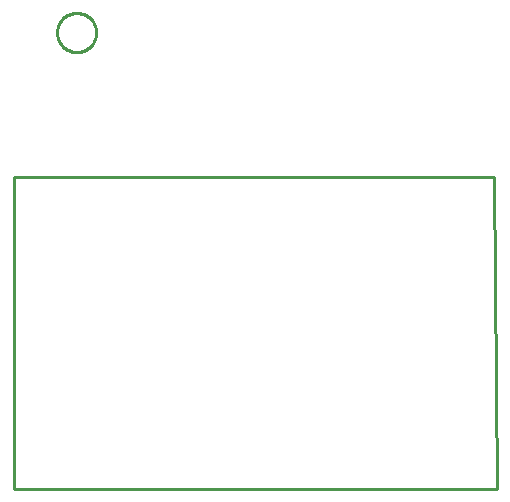
<source format=gbr>
G04 EAGLE Gerber RS-274X export*
G75*
%MOMM*%
%FSLAX34Y34*%
%LPD*%
%IN*%
%IPPOS*%
%AMOC8*
5,1,8,0,0,1.08239X$1,22.5*%
G01*
%ADD10C,0.254000*%


D10*
X45720Y335280D02*
X454660Y335280D01*
X452120Y599440D01*
X45720Y599440D01*
X45720Y335280D01*
X115570Y720820D02*
X115499Y719741D01*
X115358Y718669D01*
X115147Y717609D01*
X114868Y716565D01*
X114520Y715541D01*
X114106Y714543D01*
X113628Y713573D01*
X113088Y712637D01*
X112487Y711738D01*
X111829Y710881D01*
X111117Y710068D01*
X110352Y709304D01*
X109539Y708591D01*
X108682Y707933D01*
X107783Y707332D01*
X106847Y706792D01*
X105877Y706314D01*
X104879Y705900D01*
X103855Y705552D01*
X102811Y705273D01*
X101751Y705062D01*
X100679Y704921D01*
X99600Y704850D01*
X98520Y704850D01*
X97441Y704921D01*
X96369Y705062D01*
X95309Y705273D01*
X94265Y705552D01*
X93241Y705900D01*
X92243Y706314D01*
X91273Y706792D01*
X90337Y707332D01*
X89438Y707933D01*
X88581Y708591D01*
X87768Y709304D01*
X87004Y710068D01*
X86291Y710881D01*
X85633Y711738D01*
X85032Y712637D01*
X84492Y713573D01*
X84014Y714543D01*
X83600Y715541D01*
X83252Y716565D01*
X82973Y717609D01*
X82762Y718669D01*
X82621Y719741D01*
X82550Y720820D01*
X82550Y721900D01*
X82621Y722979D01*
X82762Y724051D01*
X82973Y725111D01*
X83252Y726155D01*
X83600Y727179D01*
X84014Y728177D01*
X84492Y729147D01*
X85032Y730083D01*
X85633Y730982D01*
X86291Y731839D01*
X87004Y732652D01*
X87768Y733417D01*
X88581Y734129D01*
X89438Y734787D01*
X90337Y735388D01*
X91273Y735928D01*
X92243Y736406D01*
X93241Y736820D01*
X94265Y737168D01*
X95309Y737447D01*
X96369Y737658D01*
X97441Y737799D01*
X98520Y737870D01*
X99600Y737870D01*
X100679Y737799D01*
X101751Y737658D01*
X102811Y737447D01*
X103855Y737168D01*
X104879Y736820D01*
X105877Y736406D01*
X106847Y735928D01*
X107783Y735388D01*
X108682Y734787D01*
X109539Y734129D01*
X110352Y733417D01*
X111117Y732652D01*
X111829Y731839D01*
X112487Y730982D01*
X113088Y730083D01*
X113628Y729147D01*
X114106Y728177D01*
X114520Y727179D01*
X114868Y726155D01*
X115147Y725111D01*
X115358Y724051D01*
X115499Y722979D01*
X115570Y721900D01*
X115570Y720820D01*
M02*

</source>
